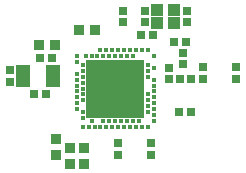
<source format=gts>
G04*
G04 #@! TF.GenerationSoftware,Altium Limited,Altium Designer,18.0.11 (651)*
G04*
G04 Layer_Color=8388736*
%FSLAX24Y24*%
%MOIN*%
G70*
G01*
G75*
%ADD23R,0.0296X0.0257*%
%ADD24R,0.0257X0.0296*%
%ADD25R,0.0316X0.0257*%
%ADD26R,0.0454X0.0769*%
%ADD27R,0.1949X0.1949*%
%ADD28C,0.0148*%
%ADD29R,0.0355X0.0375*%
%ADD30R,0.0375X0.0355*%
%ADD31R,0.0434X0.0395*%
D23*
X2520Y-787D02*
D03*
X2126D02*
D03*
X2362Y1545D02*
D03*
X1969D02*
D03*
X-2708Y-167D02*
D03*
X-2314D02*
D03*
X-2490Y1033D02*
D03*
X-2096D02*
D03*
X1270Y1791D02*
D03*
X876D02*
D03*
D24*
X4039Y323D02*
D03*
Y717D02*
D03*
X1792Y699D02*
D03*
Y305D02*
D03*
X2266Y803D02*
D03*
Y1197D02*
D03*
X2916Y717D02*
D03*
Y323D02*
D03*
X-3515Y610D02*
D03*
Y217D02*
D03*
X266Y2598D02*
D03*
Y2205D02*
D03*
X978Y2597D02*
D03*
Y2203D02*
D03*
X2378Y2203D02*
D03*
Y2597D02*
D03*
X98Y-2215D02*
D03*
Y-1821D02*
D03*
X1191Y-2215D02*
D03*
Y-1821D02*
D03*
D25*
X2539Y302D02*
D03*
X2165Y302D02*
D03*
D26*
X-3062Y404D02*
D03*
X-2078D02*
D03*
D27*
X0Y0D02*
D03*
D28*
X1083Y-1280D02*
D03*
X886D02*
D03*
X689D02*
D03*
X492D02*
D03*
X295D02*
D03*
X98D02*
D03*
X-98D02*
D03*
X-295D02*
D03*
X-492D02*
D03*
X-689D02*
D03*
X-886D02*
D03*
X-1083D02*
D03*
X1280Y-1083D02*
D03*
X787D02*
D03*
X591D02*
D03*
X394D02*
D03*
X197D02*
D03*
X0D02*
D03*
X-197D02*
D03*
X-394D02*
D03*
X-787D02*
D03*
X-1083Y-984D02*
D03*
X1280Y-886D02*
D03*
X1083Y-787D02*
D03*
X-1083D02*
D03*
X1280Y-689D02*
D03*
X-1280D02*
D03*
X1083Y-591D02*
D03*
X1280Y-492D02*
D03*
X-1280D02*
D03*
X1083Y-394D02*
D03*
X-1083D02*
D03*
X1280Y-295D02*
D03*
X-1280D02*
D03*
X1083Y-197D02*
D03*
X-1083D02*
D03*
X1280Y-98D02*
D03*
X-1280D02*
D03*
X-1083Y0D02*
D03*
X1280Y98D02*
D03*
X-1280D02*
D03*
X-1083Y197D02*
D03*
X1280Y295D02*
D03*
X-1280D02*
D03*
X1083Y394D02*
D03*
X-1083D02*
D03*
X-1280Y492D02*
D03*
X1083Y591D02*
D03*
X-1083D02*
D03*
X1280Y689D02*
D03*
X-1083Y787D02*
D03*
X-1280Y886D02*
D03*
X1083Y787D02*
D03*
X1280Y1083D02*
D03*
X591D02*
D03*
X394D02*
D03*
X197D02*
D03*
X0D02*
D03*
X-197D02*
D03*
X-394D02*
D03*
X-591D02*
D03*
X-787D02*
D03*
X-984D02*
D03*
X-1280D02*
D03*
X1083Y1280D02*
D03*
X689D02*
D03*
X492D02*
D03*
X295D02*
D03*
X98D02*
D03*
X-98D02*
D03*
X-295D02*
D03*
X-492D02*
D03*
X886D02*
D03*
D29*
X-659Y1959D02*
D03*
X-1191D02*
D03*
X-2018Y1467D02*
D03*
X-2549D02*
D03*
D30*
X-1033Y-1969D02*
D03*
Y-2500D02*
D03*
X-1496Y-1969D02*
D03*
Y-2500D02*
D03*
X-1963Y-1683D02*
D03*
Y-2215D02*
D03*
D31*
X1963Y2173D02*
D03*
Y2626D02*
D03*
X1392D02*
D03*
Y2173D02*
D03*
M02*

</source>
